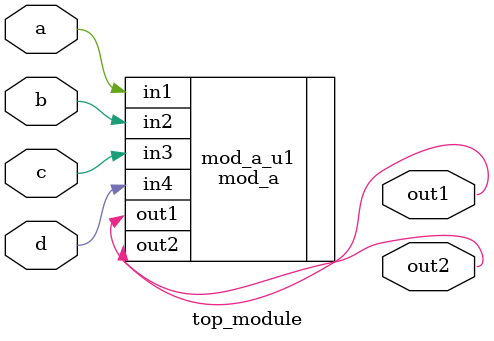
<source format=v>
module top_module ( 
    input a, 
    input b, 
    input c,
    input d,
    output out1,
    output out2
);
    mod_a mod_a_u1(
        .in1(a),
        .in2(b),
        .in3(c),
        .in4(d),
        .out1(out1),
        .out2(out2)
    );

endmodule
</source>
